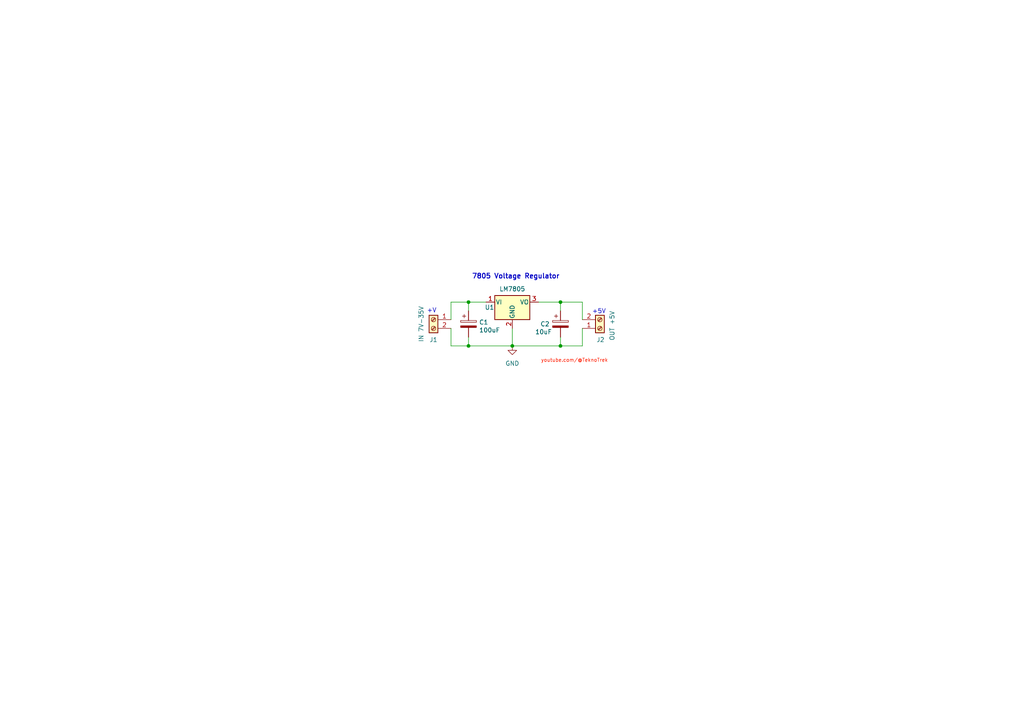
<source format=kicad_sch>
(kicad_sch (version 20231120) (generator "eeschema") (generator_version "8.0")
  (paper "A4")
  (title_block (title "7805 Voltage Regulator Circuit") (date "2024-09-29") (company "https://www.youtube.com/@TeknoTrek") (comment 1 "Focused on electronics projects, circuit schematics, PCB designs, and technology reviews.") (comment 2 "https://www.youtube.com/@TeknoTrek"))
  (lib_symbols
    (symbol "Connector:Screw_Terminal_01x02" (pin_names (offset 1.016) hide)
      (property "Reference" "J" (at 0 2.54 0))
      (property "Value" "Screw_Terminal_01x02" (at 0 -5.08 0))
      (symbol "Screw_Terminal_01x02_1_1"
        (rectangle (start -1.27 1.27) (end 1.27 -3.81) (stroke (width 0.254)) (fill (type background)))
        (circle (center 0 -2.54) (radius 0.635) (stroke (width 0.1524)))
        (polyline (pts (xy -0.5334 -2.2098) (xy 0.3302 -3.048)) (stroke (width 0.1524)))
        (polyline (pts (xy -0.5334 0.3302) (xy 0.3302 -0.508)) (stroke (width 0.1524)))
        (polyline (pts (xy -0.3556 -2.032) (xy 0.508 -2.8702)) (stroke (width 0.1524)))
        (polyline (pts (xy -0.3556 0.508) (xy 0.508 -0.3302)) (stroke (width 0.1524)))
        (circle (center 0 0) (radius 0.635) (stroke (width 0.1524)))
        (pin passive line (at -5.08 0 0) (length 3.81) (name "Pin_1") (number "1"))
        (pin passive line (at -5.08 -2.54 0) (length 3.81) (name "Pin_2") (number "2"))
      )
    )
    (symbol "Device:C_Polarized" (pin_numbers hide) (pin_names (offset 0.254))
      (property "Reference" "C" (at 0.635 2.54 0))
      (property "Value" "C_Polarized" (at 0.635 -2.54 0))
      (symbol "C_Polarized_0_1"
        (rectangle (start -2.286 0.508) (end 2.286 1.016))
        (polyline (pts (xy -1.778 2.286) (xy -0.762 2.286)))
        (polyline (pts (xy -1.27 2.794) (xy -1.27 1.778)))
        (rectangle (start 2.286 -0.508) (end -2.286 -1.016) (fill (type outline)))
      )
      (symbol "C_Polarized_1_1"
        (pin passive line (at 0 3.81 270) (length 2.794) (name "~") (number "1"))
        (pin passive line (at 0 -3.81 90) (length 2.794) (name "~") (number "2"))
      )
    )
    (symbol "Regulator_Linear:LM7805_TO220" (pin_names (offset 0.254))
      (property "Reference" "U" (at -3.81 3.175 0))
      (property "Value" "LM7805_TO220" (at 0 3.175 0))
      (symbol "LM7805_TO220_0_1"
        (rectangle (start -5.08 1.905) (end 5.08 -5.08) (stroke (width 0.254)) (fill (type background)))
      )
      (symbol "LM7805_TO220_1_1"
        (pin power_in line (at -7.62 0 0) (length 2.54) (name "VI") (number "1"))
        (pin power_in line (at 0 -7.62 90) (length 2.54) (name "GND") (number "2"))
        (pin power_out line (at 7.62 0 180) (length 2.54) (name "VO") (number "3"))
      )
    )
    (symbol "power:GND" (power) (pin_numbers hide) (pin_names (offset 0) hide)
      (property "Value" "GND" (at 0 -3.81 0))
      (symbol "GND_0_1"
        (polyline (pts (xy 0 0) (xy 0 -1.27) (xy 1.27 -1.27) (xy 0 -2.54) (xy -1.27 -1.27) (xy 0 -1.27)))
      )
      (symbol "GND_1_1"
        (pin power_in line (at 0 0 270) (length 0) (name "~") (number "1"))
      )
    )
  )
  (junction (at 135.89 100.33))
  (junction (at 148.59 100.33))
  (junction (at 162.56 100.33))
  (junction (at 162.56 87.63))
  (junction (at 135.89 87.63))
  (wire (pts (xy 162.56 90.17) (xy 162.56 87.63)))
  (wire (pts (xy 130.81 87.63) (xy 135.89 87.63)))
  (wire (pts (xy 156.21 87.63) (xy 162.56 87.63)))
  (wire (pts (xy 162.56 97.79) (xy 162.56 100.33)))
  (wire (pts (xy 135.89 90.17) (xy 135.89 87.63)))
  (wire (pts (xy 162.56 87.63) (xy 168.91 87.63)))
  (wire (pts (xy 148.59 95.25) (xy 148.59 100.33)))
  (wire (pts (xy 135.89 100.33) (xy 148.59 100.33)))
  (wire (pts (xy 130.81 100.33) (xy 135.89 100.33)))
  (wire (pts (xy 130.81 95.25) (xy 130.81 100.33)))
  (wire (pts (xy 130.81 87.63) (xy 130.81 92.71)))
  (wire (pts (xy 162.56 100.33) (xy 168.91 100.33)))
  (wire (pts (xy 135.89 97.79) (xy 135.89 100.33)))
  (wire (pts (xy 168.91 95.25) (xy 168.91 100.33)))
  (wire (pts (xy 135.89 87.63) (xy 140.97 87.63)))
  (wire (pts (xy 168.91 92.71) (xy 168.91 87.63)))
  (wire (pts (xy 162.56 100.33) (xy 148.59 100.33)))
  (text "+V" (at 125.222 90.17 0) (effects (font (size 1.27 1.27))))
  (text "7805 Voltage Regulator" (at 149.606 80.264 0) (effects (font (size 1.397 1.397) (thickness 0.254) (bold yes))))
  (text "youtube.com/@TeknoTrek" (exclude_from_sim yes) (at 166.624 104.648 0) (effects (font (size 1.016 1.016) (thickness 0.127))))
  (text "+5V" (at 173.736 90.424 0) (effects (font (size 1.27 1.27))))
  (symbol (lib_id "Connector:Screw_Terminal_01x02") (at 125.73 92.71 0) (mirror y) (unit 1)
    (property "Reference" "J1" (at 125.73 98.552 0))
    (property "Value" "IN 7V-35V" (at 122.174 93.98 90))
    (property "Footprint" "TerminalBlock:TerminalBlock_bornier-2_P5.08mm" (effects (hide yes)))
    (property "Description" "Generic screw terminal, single row, 01x02, script generated (kicad-library-utils/schlib/autogen/connector/)" (effects (hide yes)))
  )
  (symbol (lib_id "Connector:Screw_Terminal_01x02") (at 173.99 95.25 0) (mirror x) (unit 1)
    (property "Reference" "J2" (at 172.974 98.552 0) (effects (justify left)))
    (property "Value" "OUT +5V" (at 177.546 98.806 90) (effects (justify right)))
    (property "Footprint" "TerminalBlock:TerminalBlock_bornier-2_P5.08mm" (effects (hide yes)))
    (property "Description" "Generic screw terminal, single row, 01x02, script generated (kicad-library-utils/schlib/autogen/connector/)" (effects (hide yes)))
  )
  (symbol (lib_id "Device:C_Polarized") (at 162.56 93.98 0) (unit 1)
    (property "Reference" "C2" (at 156.718 93.98 0) (effects (justify left)))
    (property "Value" "10uF" (at 155.194 96.266 0) (effects (justify left)))
    (property "Footprint" "Capacitor_THT:CP_Radial_D5.0mm_P2.50mm" (effects (hide yes)))
    (property "Description" "Polarized capacitor" (effects (hide yes)))
  )
  (symbol (lib_id "power:GND") (at 148.59 100.33 0) (unit 1)
    (property "Reference" "#PWR01" (effects (hide yes)))
    (property "Value" "GND" (at 148.59 105.41 0))
    (property "Description" "Power symbol creates a global label with name \"GND\" , ground" (effects (hide yes)))
  )
  (symbol (lib_id "Device:C_Polarized") (at 135.89 93.98 0) (unit 1)
    (property "Reference" "C1" (at 138.938 93.472 0) (effects (justify left)))
    (property "Value" "100uF" (at 138.938 95.758 0) (effects (justify left)))
    (property "Footprint" "Capacitor_THT:CP_Radial_D5.0mm_P2.50mm" (effects (hide yes)))
    (property "Description" "Polarized capacitor" (effects (hide yes)))
  )
  (symbol (lib_id "Regulator_Linear:LM7805_TO220") (at 148.59 87.63 0) (unit 1)
    (property "Reference" "U1" (at 141.986 89.154 0))
    (property "Value" "LM7805" (at 148.59 83.82 0))
    (property "Footprint" "Package_TO_SOT_THT:TO-220-3_Vertical" (effects (hide yes)))
    (property "Datasheet" "https://www.onsemi.cn/PowerSolutions/document/MC7800-D.PDF" (effects (hide yes)))
    (property "Description" "Positive 1A 35V Linear Regulator, Fixed Output 5V, TO-220" (effects (hide yes)))
  )
)
</source>
